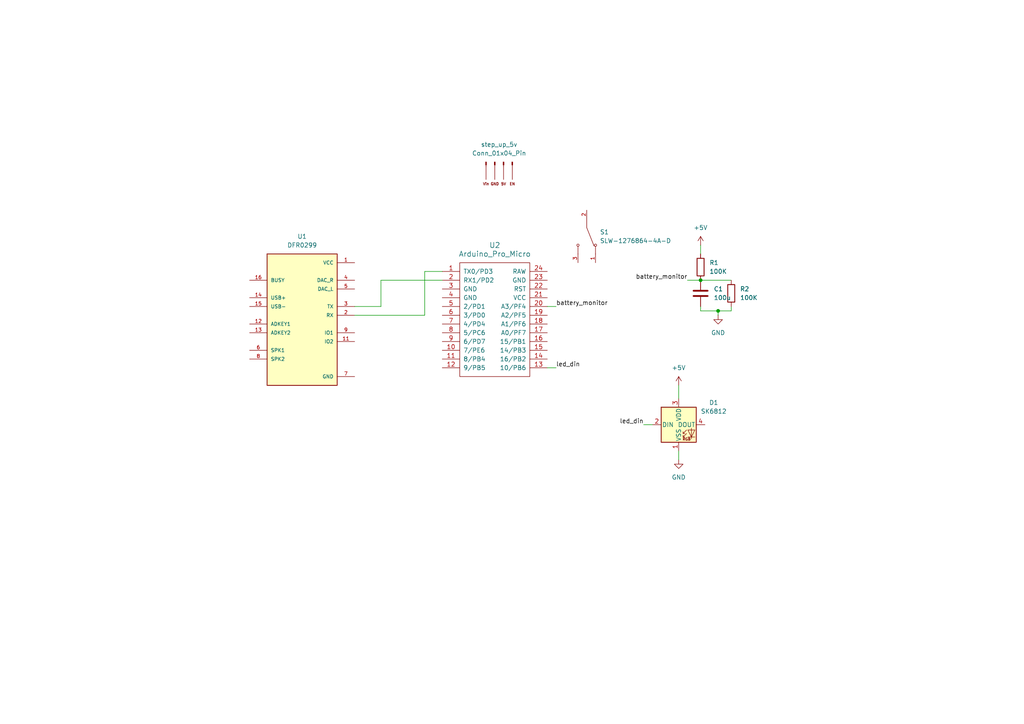
<source format=kicad_sch>
(kicad_sch (version 20250114) (generator "eeschema") (generator_version "9.0")
  (paper "A4")
  (lib_symbols
    (symbol "Connector:Conn_01x04_Pin" (pin_numbers (hide yes)) (pin_names (offset 1.016) (hide yes))
      (property "Reference" "step_up_5v" (at -5.08 -1.27 90))
      (property "Value" "Conn_01x04_Pin" (at -2.54 -1.27 90))
      (symbol "Conn_01x04_Pin_1_1"
        (rectangle (start 0.8636 2.667) (end 0 2.413) (stroke (width 0.1524)) (fill (type outline)))
        (rectangle (start 0.8636 0.127) (end 0 -0.127) (stroke (width 0.1524)) (fill (type outline)))
        (rectangle (start 0.8636 -2.413) (end 0 -2.667) (stroke (width 0.1524)) (fill (type outline)))
        (rectangle (start 0.8636 -4.953) (end 0 -5.207) (stroke (width 0.1524)) (fill (type outline)))
        (polyline (pts (xy 1.27 2.54) (xy 0.8636 2.54)) (stroke (width 0.1524)))
        (polyline (pts (xy 1.27 0) (xy 0.8636 0)) (stroke (width 0.1524)))
        (polyline (pts (xy 1.27 -2.54) (xy 0.8636 -2.54)) (stroke (width 0.1524)))
        (polyline (pts (xy 1.27 -5.08) (xy 0.8636 -5.08)) (stroke (width 0.1524)))
        (text "EN" (at 6.35 2.54 900) (effects (font (size 0.762 0.762))))
        (text "5V" (at 6.35 0 900) (effects (font (size 0.762 0.762))))
        (text "GND\n" (at 6.35 -2.54 900) (effects (font (size 0.762 0.762))))
        (text "Vin\n" (at 6.35 -5.08 900) (effects (font (size 0.762 0.762))))
        (pin passive line (at 5.08 2.54 180) (length 3.81) (name "Pin_1") (number "1"))
        (pin passive line (at 5.08 0 180) (length 3.81) (name "Pin_2") (number "2"))
        (pin passive line (at 5.08 -2.54 180) (length 3.81) (name "Pin_3") (number "3"))
        (pin passive line (at 5.08 -5.08 180) (length 3.81) (name "Pin_4") (number "4"))
      )
    )
    (symbol "DFR0299:DFR0299" (pin_names (offset 1.016))
      (property "Reference" "U" (at -10.16 18.542 0))
      (property "Value" "DFR0299" (at -10.16 -22.86 0))
      (symbol "DFR0299_0_0"
        (rectangle (start -10.16 -20.32) (end 10.16 17.78) (stroke (width 0.254)) (fill (type background)))
        (pin input line (at -15.24 10.16 0) (length 5.08) (name "BUSY") (number "16"))
        (pin input line (at -15.24 5.08 0) (length 5.08) (name "USB+") (number "14"))
        (pin input line (at -15.24 2.54 0) (length 5.08) (name "USB-") (number "15"))
        (pin input line (at -15.24 -2.54 0) (length 5.08) (name "ADKEY1") (number "12"))
        (pin input line (at -15.24 -5.08 0) (length 5.08) (name "ADKEY2") (number "13"))
        (pin passive line (at -15.24 -10.16 0) (length 5.08) (name "SPK1") (number "6"))
        (pin passive line (at -15.24 -12.7 0) (length 5.08) (name "SPK2") (number "8"))
        (pin power_in line (at 15.24 15.24 180) (length 5.08) (name "VCC") (number "1"))
        (pin output line (at 15.24 10.16 180) (length 5.08) (name "DAC_R") (number "4"))
        (pin output line (at 15.24 7.62 180) (length 5.08) (name "DAC_L") (number "5"))
        (pin output line (at 15.24 2.54 180) (length 5.08) (name "TX") (number "3"))
        (pin input line (at 15.24 0 180) (length 5.08) (name "RX") (number "2"))
        (pin bidirectional line (at 15.24 -5.08 180) (length 5.08) (name "IO1") (number "9"))
        (pin bidirectional line (at 15.24 -7.62 180) (length 5.08) (name "IO2") (number "11"))
        (pin power_in line (at 15.24 -17.78 180) (length 5.08) (hide yes) (name "GND") (number "10"))
        (pin power_in line (at 15.24 -17.78 180) (length 5.08) (name "GND") (number "7"))
      )
    )
    (symbol "Device:C" (pin_numbers (hide yes)) (pin_names (offset 0.254))
      (property "Reference" "C" (at 0.635 2.54 0))
      (property "Value" "C" (at 0.635 -2.54 0))
      (symbol "C_0_1"
        (polyline (pts (xy -2.032 0.762) (xy 2.032 0.762)) (stroke (width 0.508)))
        (polyline (pts (xy -2.032 -0.762) (xy 2.032 -0.762)) (stroke (width 0.508)))
      )
      (symbol "C_1_1"
        (pin passive line (at 0 3.81 270) (length 2.794) (name "~") (number "1"))
        (pin passive line (at 0 -3.81 90) (length 2.794) (name "~") (number "2"))
      )
    )
    (symbol "Device:R" (pin_numbers (hide yes)) (pin_names (offset 0))
      (property "Reference" "R" (at 2.032 0 90))
      (property "Value" "R" (at 0 0 90))
      (symbol "R_0_1"
        (rectangle (start -1.016 -2.54) (end 1.016 2.54) (stroke (width 0.254)))
      )
      (symbol "R_1_1"
        (pin passive line (at 0 3.81 270) (length 1.27) (name "~") (number "1"))
        (pin passive line (at 0 -3.81 90) (length 1.27) (name "~") (number "2"))
      )
    )
    (symbol "LED:SK6812" (pin_names (offset 0.254))
      (property "Reference" "D" (at 5.08 5.715 0))
      (property "Value" "SK6812" (at 1.27 -5.715 0))
      (symbol "SK6812_0_0"
        (text "RGB" (at 2.286 -4.191 0) (effects (font (size 0.762 0.762))))
      )
      (symbol "SK6812_0_1"
        (polyline (pts (xy 1.27 -2.54) (xy 1.778 -2.54)))
        (polyline (pts (xy 1.27 -3.556) (xy 1.778 -3.556)))
        (polyline (pts (xy 2.286 -1.524) (xy 1.27 -2.54) (xy 1.27 -2.032)))
        (polyline (pts (xy 2.286 -2.54) (xy 1.27 -3.556) (xy 1.27 -3.048)))
        (polyline (pts (xy 3.683 -1.016) (xy 3.683 -3.556) (xy 3.683 -4.064)))
        (polyline (pts (xy 4.699 -1.524) (xy 2.667 -1.524) (xy 3.683 -3.556) (xy 4.699 -1.524)))
        (polyline (pts (xy 4.699 -3.556) (xy 2.667 -3.556)))
        (rectangle (start 5.08 5.08) (end -5.08 -5.08) (stroke (width 0.254)) (fill (type background)))
      )
      (symbol "SK6812_1_1"
        (pin input line (at -7.62 0 0) (length 2.54) (name "DIN") (number "2"))
        (pin power_in line (at 0 7.62 270) (length 2.54) (name "VDD") (number "3"))
        (pin power_in line (at 0 -7.62 90) (length 2.54) (name "VSS") (number "1"))
        (pin output line (at 7.62 0 180) (length 2.54) (name "DOUT") (number "4"))
      )
    )
    (symbol "SLW-1276864-4A-D:SLW-1276864-4A-D" (pin_names (offset 1.016))
      (property "Reference" "S" (at -2.54 5.08 0))
      (property "Value" "SLW-1276864-4A-D" (at -2.54 -5.08 0))
      (symbol "SLW-1276864-4A-D_0_0"
        (polyline (pts (xy -2.54 0) (xy -5.08 0)) (stroke (width 0.1524)))
        (polyline (pts (xy -2.54 0) (xy 2.794 2.1336)) (stroke (width 0.1524)))
        (circle (center 2.54 2.54) (radius 0.3302) (stroke (width 0.1524)))
        (circle (center 2.54 -2.54) (radius 0.3302) (stroke (width 0.1524)))
        (polyline (pts (xy 5.08 2.54) (xy 2.921 2.54)) (stroke (width 0.1524)))
        (polyline (pts (xy 5.08 -2.54) (xy 2.921 -2.54)) (stroke (width 0.1524)))
        (pin passive line (at -7.62 0 0) (length 2.54) (name "~") (number "2"))
        (pin passive line (at 7.62 2.54 180) (length 2.54) (name "~") (number "1"))
        (pin passive line (at 7.62 -2.54 180) (length 2.54) (name "~") (number "3"))
      )
    )
    (symbol "ScottoKeebs:MCU_Arduino_Pro_Micro" (pin_names (offset 1.016))
      (property "Reference" "U" (at 0 0 0))
      (property "Value" "Arduino_Pro_Micro" (at 0 -19.05 0))
      (symbol "MCU_Arduino_Pro_Micro_0_1"
        (rectangle (start -10.16 16.51) (end 10.16 -16.51))
      )
      (symbol "MCU_Arduino_Pro_Micro_1_1"
        (pin input line (at -15.24 13.97 0) (length 5.08) (name "TX0/PD3") (number "1"))
        (pin input line (at -15.24 11.43 0) (length 5.08) (name "RX1/PD2") (number "2"))
        (pin input line (at -15.24 8.89 0) (length 5.08) (name "GND") (number "3"))
        (pin input line (at -15.24 6.35 0) (length 5.08) (name "GND") (number "4"))
        (pin input line (at -15.24 3.81 0) (length 5.08) (name "2/PD1") (number "5"))
        (pin input line (at -15.24 1.27 0) (length 5.08) (name "3/PD0") (number "6"))
        (pin input line (at -15.24 -1.27 0) (length 5.08) (name "4/PD4") (number "7"))
        (pin input line (at -15.24 -3.81 0) (length 5.08) (name "5/PC6") (number "8"))
        (pin input line (at -15.24 -6.35 0) (length 5.08) (name "6/PD7") (number "9"))
        (pin input line (at -15.24 -8.89 0) (length 5.08) (name "7/PE6") (number "10"))
        (pin input line (at -15.24 -11.43 0) (length 5.08) (name "8/PB4") (number "11"))
        (pin input line (at -15.24 -13.97 0) (length 5.08) (name "9/PB5") (number "12"))
        (pin input line (at 15.24 13.97 180) (length 5.08) (name "RAW") (number "24"))
        (pin input line (at 15.24 11.43 180) (length 5.08) (name "GND") (number "23"))
        (pin input line (at 15.24 8.89 180) (length 5.08) (name "RST") (number "22"))
        (pin input line (at 15.24 6.35 180) (length 5.08) (name "VCC") (number "21"))
        (pin input line (at 15.24 3.81 180) (length 5.08) (name "A3/PF4") (number "20"))
        (pin input line (at 15.24 1.27 180) (length 5.08) (name "A2/PF5") (number "19"))
        (pin input line (at 15.24 -1.27 180) (length 5.08) (name "A1/PF6") (number "18"))
        (pin input line (at 15.24 -3.81 180) (length 5.08) (name "A0/PF7") (number "17"))
        (pin input line (at 15.24 -6.35 180) (length 5.08) (name "15/PB1") (number "16"))
        (pin input line (at 15.24 -8.89 180) (length 5.08) (name "14/PB3") (number "15"))
        (pin input line (at 15.24 -11.43 180) (length 5.08) (name "16/PB2") (number "14"))
        (pin input line (at 15.24 -13.97 180) (length 5.08) (name "10/PB6") (number "13"))
      )
    )
    (symbol "power:+5V" (power) (pin_numbers (hide yes)) (pin_names (offset 0) (hide yes))
      (property "Value" "+5V" (at 0 3.556 0))
      (symbol "+5V_0_1"
        (polyline (pts (xy -0.762 1.27) (xy 0 2.54)))
        (polyline (pts (xy 0 2.54) (xy 0.762 1.27)))
        (polyline (pts (xy 0 0) (xy 0 2.54)))
      )
      (symbol "+5V_1_1"
        (pin power_in line (at 0 0 90) (length 0) (name "~") (number "1"))
      )
    )
    (symbol "power:GND" (power) (pin_numbers (hide yes)) (pin_names (offset 0) (hide yes))
      (property "Value" "GND" (at 0 -3.81 0))
      (symbol "GND_0_1"
        (polyline (pts (xy 0 0) (xy 0 -1.27) (xy 1.27 -1.27) (xy 0 -2.54) (xy -1.27 -1.27) (xy 0 -1.27)))
      )
      (symbol "GND_1_1"
        (pin power_in line (at 0 0 270) (length 0) (name "~") (number "1"))
      )
    )
  )
  (junction (at 208.28 90.17))
  (junction (at 203.2 81.28))
  (wire (pts (xy 203.2 88.9) (xy 203.2 90.17)))
  (wire (pts (xy 203.2 81.28) (xy 212.09 81.28)))
  (wire (pts (xy 158.75 88.9) (xy 161.29 88.9)))
  (wire (pts (xy 186.69 123.19) (xy 189.23 123.19)))
  (wire (pts (xy 196.85 130.81) (xy 196.85 133.35)))
  (wire (pts (xy 102.87 91.44) (xy 123.19 91.44)))
  (wire (pts (xy 212.09 88.9) (xy 212.09 90.17)))
  (wire (pts (xy 208.28 90.17) (xy 212.09 90.17)))
  (wire (pts (xy 203.2 71.12) (xy 203.2 73.66)))
  (wire (pts (xy 110.49 88.9) (xy 110.49 81.28)))
  (wire (pts (xy 208.28 90.17) (xy 208.28 91.44)))
  (wire (pts (xy 102.87 88.9) (xy 110.49 88.9)))
  (wire (pts (xy 123.19 91.44) (xy 123.19 78.74)))
  (wire (pts (xy 196.85 111.76) (xy 196.85 115.57)))
  (wire (pts (xy 123.19 78.74) (xy 128.27 78.74)))
  (wire (pts (xy 199.39 81.28) (xy 203.2 81.28)))
  (wire (pts (xy 158.75 106.68) (xy 161.29 106.68)))
  (wire (pts (xy 110.49 81.28) (xy 128.27 81.28)))
  (wire (pts (xy 203.2 90.17) (xy 208.28 90.17)))
  (label "battery_monitor" (at 161.29 88.9 0))
  (label "battery_monitor" (at 199.39 81.28 180))
  (label "led_din" (at 161.29 106.68 0))
  (label "led_din" (at 186.69 123.19 180))
  (symbol (lib_id "Device:C") (at 203.2 85.09 0) (unit 1)
    (property "Reference" "C1" (at 207.01 83.8199 0) (effects (justify left)))
    (property "Value" "100u" (at 207.01 86.3599 0) (effects (justify left)))
    (property "Description" "Unpolarized capacitor" (effects (hide yes)))
  )
  (symbol (lib_id "power:+5V") (at 203.2 71.12 0) (unit 1)
    (property "Reference" "#PWR03" (effects (hide yes)))
    (property "Value" "+5V" (at 203.2 66.04 0))
    (property "Description" "Power symbol creates a global label with name \"+5V\"" (effects (hide yes)))
  )
  (symbol (lib_id "power:+5V") (at 196.85 111.76 0) (unit 1)
    (property "Reference" "#PWR02" (effects (hide yes)))
    (property "Value" "+5V" (at 196.85 106.68 0))
    (property "Description" "Power symbol creates a global label with name \"+5V\"" (effects (hide yes)))
  )
  (symbol (lib_id "ScottoKeebs:MCU_Arduino_Pro_Micro") (at 143.51 92.71 0) (unit 1)
    (property "Reference" "U2" (at 143.51 71.12 0) (effects (font (size 1.524 1.524))))
    (property "Value" "Arduino_Pro_Micro" (at 143.51 73.66 0) (effects (font (size 1.524 1.524))))
    (property "Footprint" "ScottoKeebs_MCU:Arduino_Pro_Micro" (effects (hide yes)))
  )
  (symbol (lib_id "Connector:Conn_01x04_Pin") (at 146.05 46.99 270) (unit 1)
    (property "Reference" "step_up_5v" (at 144.78 41.91 90))
    (property "Value" "Conn_01x04_Pin" (at 144.78 44.45 90))
    (property "Description" "Generic connector, single row, 01x04, script generated" (effects (hide yes)))
  )
  (symbol (lib_id "power:GND") (at 196.85 133.35 0) (unit 1)
    (property "Reference" "#PWR01" (effects (hide yes)))
    (property "Value" "GND" (at 196.85 138.43 0))
    (property "Description" "Power symbol creates a global label with name \"GND\" , ground" (effects (hide yes)))
  )
  (symbol (lib_id "SLW-1276864-4A-D:SLW-1276864-4A-D") (at 170.18 68.58 270) (unit 1)
    (property "Reference" "S1" (at 173.99 67.3099 90) (effects (justify left)))
    (property "Value" "SLW-1276864-4A-D" (at 173.99 69.8499 90) (effects (justify left)))
    (property "Footprint" "SLW-1276864-4A-D:SW_SLW-1276864-4A-D" (effects (hide yes)))
    (property "MF" "Same Sky" (effects (hide yes)))
    (property "MAXIMUM_PACKAGE_HEIGHT" "10.6mm" (effects (hide yes)))
    (property "Package" "Package" (effects (hide yes)))
    (property "Price" "None" (effects (hide yes)))
    (property "Check_prices" "https://www.snapeda.com/parts/SLW-1276864-4A-D/Same+Sky/view-part/?ref=eda" (effects (hide yes)))
    (property "STANDARD" "Manufacturer Recommendations" (effects (hide yes)))
    (property "PARTREV" "1.01" (effects (hide yes)))
    (property "SnapEDA_Link" "https://www.snapeda.com/parts/SLW-1276864-4A-D/Same+Sky/view-part/?ref=snap" (effects (hide yes)))
    (property "MP" "SLW-1276864-4A-D" (effects (hide yes)))
    (property "Purchase-URL" "https://www.snapeda.com/api/url_track_click_mouser/?unipart_id=13947006&manufacturer=Same Sky&part_name=SLW-1276864-4A-D&search_term=slw-1276864-4a-d" (effects (hide yes)))
    (property "Description_1" "12.7 x 6.8 x 6.4 mm, 2 mm Raised Slide Actuator, Vertical, Through Hole, Slide Switch" (effects (hide yes)))
    (property "Availability" "In Stock" (effects (hide yes)))
    (property "MANUFACTURER" "Same Sky" (effects (hide yes)))
  )
  (symbol (lib_id "LED:SK6812") (at 196.85 123.19 0) (unit 1)
    (property "Reference" "D1" (at 207.01 116.7698 0))
    (property "Value" "SK6812" (at 207.01 119.3098 0))
    (property "Footprint" "LED_SMD:LED_SK6812_PLCC4_5.0x5.0mm_P3.2mm" (effects (hide yes)))
    (property "Datasheet" "https://cdn-shop.adafruit.com/product-files/1138/SK6812+LED+datasheet+.pdf" (effects (hide yes)))
    (property "Description" "RGB LED with integrated controller" (effects (hide yes)))
  )
  (symbol (lib_id "power:GND") (at 208.28 91.44 0) (unit 1)
    (property "Reference" "#PWR04" (effects (hide yes)))
    (property "Value" "GND" (at 208.28 96.52 0))
    (property "Description" "Power symbol creates a global label with name \"GND\" , ground" (effects (hide yes)))
  )
  (symbol (lib_id "Device:R") (at 203.2 77.47 0) (unit 1)
    (property "Reference" "R1" (at 205.74 76.1999 0) (effects (justify left)))
    (property "Value" "100K" (at 205.74 78.7399 0) (effects (justify left)))
    (property "Description" "Resistor" (effects (hide yes)))
  )
  (symbol (lib_id "Device:R") (at 212.09 85.09 0) (unit 1)
    (property "Reference" "R2" (at 214.63 83.8199 0) (effects (justify left)))
    (property "Value" "100K" (at 214.63 86.3599 0) (effects (justify left)))
    (property "Description" "Resistor" (effects (hide yes)))
  )
  (symbol (lib_id "DFR0299:DFR0299") (at 87.63 91.44 0) (unit 1)
    (property "Reference" "U1" (at 87.63 68.58 0))
    (property "Value" "DFR0299" (at 87.63 71.12 0))
    (property "Footprint" "DFR0299:MODULE_DFR0299" (effects (hide yes)))
    (property "MF" "DFRobot" (effects (hide yes)))
    (property "DESCRIPTION" "Dfplayer - a Mini Mp3 Player" (effects (hide yes)))
    (property "PACKAGE" "None" (effects (hide yes)))
    (property "PRICE" "None" (effects (hide yes)))
    (property "Package" "None" (effects (hide yes)))
    (property "Check_prices" "https://www.snapeda.com/parts/DFR0299/DFRobot/view-part/?ref=eda" (effects (hide yes)))
    (property "Price" "None" (effects (hide yes)))
    (property "SnapEDA_Link" "https://www.snapeda.com/parts/DFR0299/DFRobot/view-part/?ref=snap" (effects (hide yes)))
    (property "MP" "DFR0299" (effects (hide yes)))
    (property "Purchase-URL" "https://www.snapeda.com/api/url_track_click_mouser/?unipart_id=588059&manufacturer=DFRobot&part_name=DFR0299&search_term=None" (effects (hide yes)))
    (property "Availability" "In Stock" (effects (hide yes)))
    (property "AVAILABILITY" "Unavailable" (effects (hide yes)))
    (property "Description_1" "- MP3 Player Audio Arduino Platform Evaluation Expansion Board" (effects (hide yes)))
  )
)
</source>
